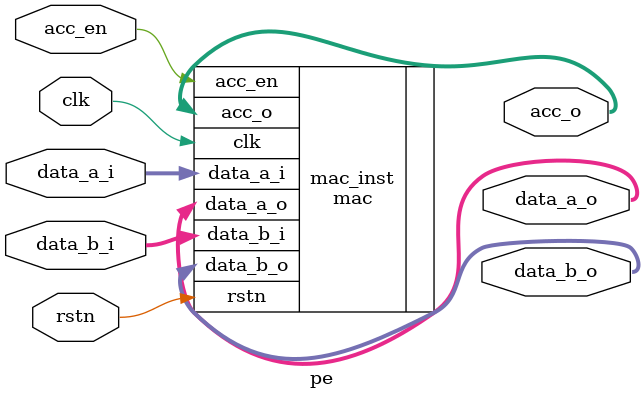
<source format=sv>
module pe #(
	parameter DATA_WIDTH = 16,
	parameter ACC_WIDTH = 64
	) (    
	input logic clk,
    input logic rstn,
	// enable for accumulator
	input logic acc_en,
	// data a and b inputs
    input logic signed  [DATA_WIDTH - 1:0] data_a_i,
	input logic signed  [DATA_WIDTH - 1:0] data_b_i,
	// data a and b outputs
	output logic signed [DATA_WIDTH - 1:0] data_a_o,
    output logic signed [DATA_WIDTH - 1:0] data_b_o,
	// output accumulator
	output signed [ACC_WIDTH  - 1:0] acc_o
    );

	mac #(.DATA_WIDTH(DATA_WIDTH), .ACC_WIDTH(ACC_WIDTH)) mac_inst (
		.clk(clk),
		.rstn(rstn),
		.acc_en(acc_en),
		.data_a_i(data_a_i),
		.data_b_i(data_b_i),
		.data_a_o(data_a_o),
		.data_b_o(data_b_o),
		.acc_o(acc_o)
	);

endmodule

</source>
